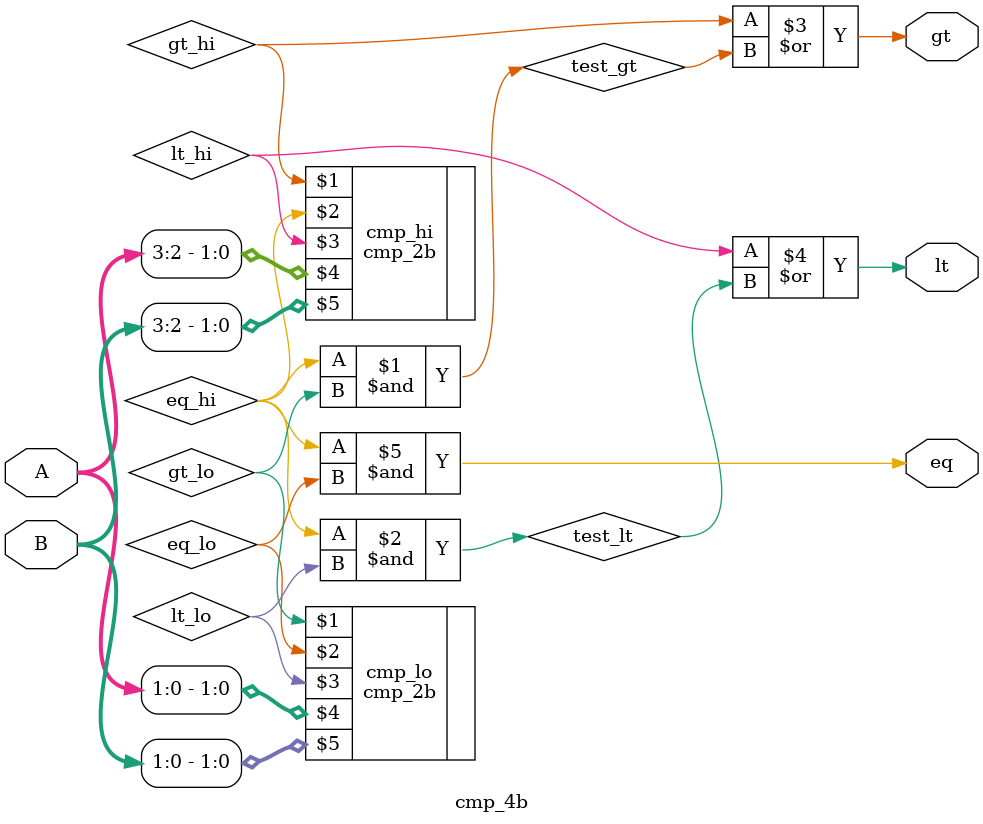
<source format=v>
module cmp_4b (gt, eq, lt, A, B);

  output wire gt, eq, lt;
  input wire [3:0] A, B;

  wire gt_hi, eq_hi, lt_hi;
  wire gt_lo, eq_lo, lt_lo;
  wire test_gt, test_lt;

  cmp_2b cmp_hi (gt_hi, eq_hi, lt_hi, A[3:2], B[3:2]);
  cmp_2b cmp_lo (gt_lo, eq_lo, lt_lo, A[1:0], B[1:0]);

  and and_gt (test_gt, eq_hi, gt_lo);
  and and_lt (test_lt, eq_hi, lt_lo);

  or or_gt (gt, gt_hi, test_gt);
  or or_lt (lt, lt_hi, test_lt);

  and and_eq (eq, eq_hi, eq_lo);

endmodule

</source>
